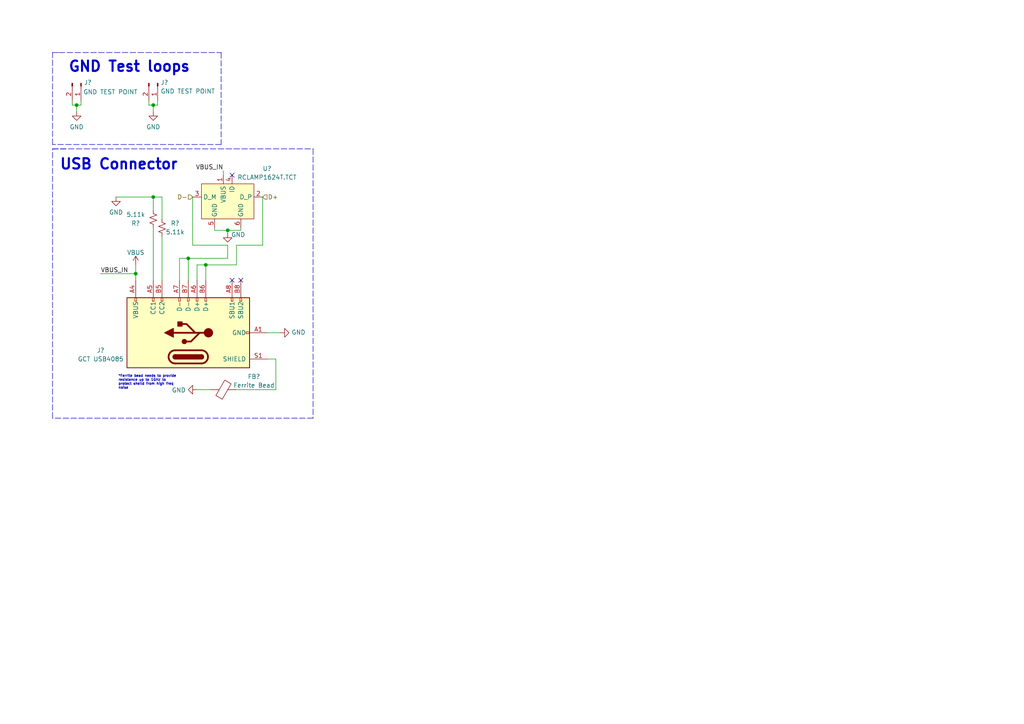
<source format=kicad_sch>
(kicad_sch (version 20211123) (generator eeschema)
  (paper "A4")
  (lib_symbols
    (symbol "Bluetooth-Pump-rescue:Ferrite_Bead-Device" (pin_numbers hide) (pin_names (offset 0))
      (property "Reference" "FB" (at -3.81 0.635 90))
      (property "Value" "Ferrite_Bead-Device" (at 3.81 0 90))
      (symbol "Ferrite_Bead-Device_0_1"
        (polyline (pts (xy 0 -1.27) (xy 0 -1.2192)))
        (polyline (pts (xy 0 1.27) (xy 0 1.2954)))
        (polyline (pts (xy -2.7686 0.4064) (xy -1.7018 2.2606) (xy 2.7686 -0.3048) (xy 1.6764 -2.159) (xy -2.7686 0.4064)))
      )
      (symbol "Ferrite_Bead-Device_1_1"
        (pin passive line (at 0 3.81 270) (length 2.54) (name "~") (number "1"))
        (pin passive line (at 0 -3.81 90) (length 2.54) (name "~") (number "2"))
      )
    )
    (symbol "Connector:Conn_01x02_Male" (pin_names (offset 1.016) hide)
      (property "Reference" "J" (at 0 2.54 0))
      (property "Value" "Conn_01x02_Male" (at 0 -5.08 0))
      (symbol "Conn_01x02_Male_1_1"
        (polyline (pts (xy 1.27 -2.54) (xy 0.8636 -2.54)) (stroke (width 0.1524)))
        (polyline (pts (xy 1.27 0) (xy 0.8636 0)) (stroke (width 0.1524)))
        (rectangle (start 0.8636 -2.413) (end 0 -2.667) (stroke (width 0.1524)) (fill (type outline)))
        (rectangle (start 0.8636 0.127) (end 0 -0.127) (stroke (width 0.1524)) (fill (type outline)))
        (pin passive line (at 5.08 0 180) (length 3.81) (name "Pin_1") (number "1"))
        (pin passive line (at 5.08 -2.54 180) (length 3.81) (name "Pin_2") (number "2"))
      )
    )
    (symbol "Connector:USB_C_Receptacle_USB2.0" (pin_names (offset 1.016))
      (property "Reference" "J" (at -10.16 19.05 0))
      (property "Value" "USB_C_Receptacle_USB2.0" (at 19.05 19.05 0))
      (symbol "USB_C_Receptacle_USB2.0_0_0"
        (rectangle (start -0.254 -17.78) (end 0.254 -16.764))
        (rectangle (start 10.16 -14.986) (end 9.144 -15.494))
        (rectangle (start 10.16 -12.446) (end 9.144 -12.954))
        (rectangle (start 10.16 -4.826) (end 9.144 -5.334))
        (rectangle (start 10.16 -2.286) (end 9.144 -2.794))
        (rectangle (start 10.16 0.254) (end 9.144 -0.254))
        (rectangle (start 10.16 2.794) (end 9.144 2.286))
        (rectangle (start 10.16 7.874) (end 9.144 7.366))
        (rectangle (start 10.16 10.414) (end 9.144 9.906))
        (rectangle (start 10.16 15.494) (end 9.144 14.986))
      )
      (symbol "USB_C_Receptacle_USB2.0_0_1"
        (rectangle (start -10.16 17.78) (end 10.16 -17.78) (stroke (width 0.254)) (fill (type background)))
        (arc (start -8.89 -3.81) (mid -6.985 -5.715) (end -5.08 -3.81) (stroke (width 0.508)))
        (arc (start -7.62 -3.81) (mid -6.985 -4.445) (end -6.35 -3.81) (stroke (width 0.254)))
        (arc (start -7.62 -3.81) (mid -6.985 -4.445) (end -6.35 -3.81) (stroke (width 0.254)) (fill (type outline)))
        (rectangle (start -7.62 -3.81) (end -6.35 3.81) (stroke (width 0.254)) (fill (type outline)))
        (arc (start -6.35 3.81) (mid -6.985 4.445) (end -7.62 3.81) (stroke (width 0.254)))
        (arc (start -6.35 3.81) (mid -6.985 4.445) (end -7.62 3.81) (stroke (width 0.254)) (fill (type outline)))
        (arc (start -5.08 3.81) (mid -6.985 5.715) (end -8.89 3.81) (stroke (width 0.508)))
        (circle (center -2.54 1.143) (radius 0.635) (stroke (width 0.254)) (fill (type outline)))
        (circle (center 0 -5.842) (radius 1.27) (fill (type outline)))
        (polyline (pts (xy -8.89 -3.81) (xy -8.89 3.81)) (stroke (width 0.508)))
        (polyline (pts (xy -5.08 3.81) (xy -5.08 -3.81)) (stroke (width 0.508)))
        (polyline (pts (xy 0 -5.842) (xy 0 4.318)) (stroke (width 0.508)))
        (polyline (pts (xy 0 -3.302) (xy -2.54 -0.762) (xy -2.54 0.508)) (stroke (width 0.508)))
        (polyline (pts (xy 0 -2.032) (xy 2.54 0.508) (xy 2.54 1.778)) (stroke (width 0.508)))
        (polyline (pts (xy -1.27 4.318) (xy 0 6.858) (xy 1.27 4.318) (xy -1.27 4.318)) (stroke (width 0.254)) (fill (type outline)))
        (rectangle (start 1.905 1.778) (end 3.175 3.048) (stroke (width 0.254)) (fill (type outline)))
      )
      (symbol "USB_C_Receptacle_USB2.0_1_1"
        (pin passive line (at 0 -22.86 90) (length 5.08) (name "GND") (number "A1"))
        (pin passive line (at 0 -22.86 90) (length 5.08) hide (name "GND") (number "A12"))
        (pin passive line (at 15.24 15.24 180) (length 5.08) (name "VBUS") (number "A4"))
        (pin bidirectional line (at 15.24 10.16 180) (length 5.08) (name "CC1") (number "A5"))
        (pin bidirectional line (at 15.24 -2.54 180) (length 5.08) (name "D+") (number "A6"))
        (pin bidirectional line (at 15.24 2.54 180) (length 5.08) (name "D-") (number "A7"))
        (pin bidirectional line (at 15.24 -12.7 180) (length 5.08) (name "SBU1") (number "A8"))
        (pin passive line (at 15.24 15.24 180) (length 5.08) hide (name "VBUS") (number "A9"))
        (pin passive line (at 0 -22.86 90) (length 5.08) hide (name "GND") (number "B1"))
        (pin passive line (at 0 -22.86 90) (length 5.08) hide (name "GND") (number "B12"))
        (pin passive line (at 15.24 15.24 180) (length 5.08) hide (name "VBUS") (number "B4"))
        (pin bidirectional line (at 15.24 7.62 180) (length 5.08) (name "CC2") (number "B5"))
        (pin bidirectional line (at 15.24 -5.08 180) (length 5.08) (name "D+") (number "B6"))
        (pin bidirectional line (at 15.24 0 180) (length 5.08) (name "D-") (number "B7"))
        (pin bidirectional line (at 15.24 -15.24 180) (length 5.08) (name "SBU2") (number "B8"))
        (pin passive line (at 15.24 15.24 180) (length 5.08) hide (name "VBUS") (number "B9"))
        (pin passive line (at -7.62 -22.86 90) (length 5.08) (name "SHIELD") (number "S1"))
      )
    )
    (symbol "Device:R_Small_US" (pin_numbers hide) (pin_names (offset 0.254) hide)
      (property "Reference" "R" (at 0.762 0.508 0))
      (property "Value" "R_Small_US" (at 0.762 -1.016 0))
      (symbol "R_Small_US_1_1"
        (polyline (pts (xy 0 0) (xy 1.016 -0.381) (xy 0 -0.762) (xy -1.016 -1.143) (xy 0 -1.524)))
        (polyline (pts (xy 0 1.524) (xy 1.016 1.143) (xy 0 0.762) (xy -1.016 0.381) (xy 0 0)))
        (pin passive line (at 0 2.54 270) (length 1.016) (name "~") (number "1"))
        (pin passive line (at 0 -2.54 90) (length 1.016) (name "~") (number "2"))
      )
    )
    (symbol "GlucoseWatchschematics:RCLAMP1624T.TCT"
      (property "Reference" "U" (at 11.43 10.16 0))
      (property "Value" "RCLAMP1624T.TCT" (at 11.43 7.62 0))
      (symbol "RCLAMP1624T.TCT_0_1"
        (rectangle (start -7.62 5.08) (end 7.62 -5.08) (fill (type background)))
      )
      (symbol "RCLAMP1624T.TCT_1_1"
        (pin power_in line (at -1.27 7.62 270) (length 2.54) (name "VBUS") (number "1"))
        (pin input line (at 10.16 1.27 180) (length 2.54) (name "D_P") (number "2"))
        (pin input line (at -10.16 1.27 0) (length 2.54) (name "D_M") (number "3"))
        (pin input line (at 1.27 7.62 270) (length 2.54) (name "ID") (number "4"))
        (pin power_in line (at -3.81 -7.62 90) (length 2.54) (name "GND") (number "5"))
        (pin power_in line (at 3.81 -7.62 90) (length 2.54) (name "GND") (number "6"))
      )
    )
    (symbol "power:GND" (power) (pin_names (offset 0))
      (property "Value" "GND" (at 0 -3.81 0))
      (symbol "GND_0_1"
        (polyline (pts (xy 0 0) (xy 0 -1.27) (xy 1.27 -1.27) (xy 0 -2.54) (xy -1.27 -1.27) (xy 0 -1.27)))
      )
      (symbol "GND_1_1"
        (pin power_in line (at 0 0 270) (length 0) hide (name "GND") (number "1"))
      )
    )
    (symbol "power:VBUS" (power) (pin_names (offset 0))
      (property "Value" "VBUS" (at 0 3.81 0))
      (symbol "VBUS_0_1"
        (polyline (pts (xy -0.762 1.27) (xy 0 2.54)))
        (polyline (pts (xy 0 0) (xy 0 2.54)))
        (polyline (pts (xy 0 2.54) (xy 0.762 1.27)))
      )
      (symbol "VBUS_1_1"
        (pin power_in line (at 0 0 90) (length 0) hide (name "VBUS") (number "1"))
      )
    )
  )
  (junction (at 59.69 76.835))
  (junction (at 22.225 30.48))
  (junction (at 54.61 74.93))
  (junction (at 39.37 79.375))
  (junction (at 44.45 57.15))
  (junction (at 44.45 30.48))
  (junction (at 66.04 66.802))
  (no_connect (at 69.85 81.28))
  (no_connect (at 67.31 81.28))
  (no_connect (at 67.31 50.8))
  (wire (pts (xy 57.15 76.835) (xy 59.69 76.835)))
  (wire (pts (xy 80.01 113.03) (xy 68.58 113.03)))
  (polyline (pts (xy 90.805 121.285) (xy 15.24 121.285)))
  (polyline (pts (xy 15.24 43.18) (xy 90.805 43.18)))
  (wire (pts (xy 45.72 30.48) (xy 45.72 29.21)))
  (wire (pts (xy 44.45 30.48) (xy 44.45 32.385)))
  (polyline (pts (xy 64.135 41.91) (xy 15.24 41.91)))
  (wire (pts (xy 46.99 57.15) (xy 46.99 63.5)))
  (wire (pts (xy 23.495 30.48) (xy 22.225 30.48)))
  (wire (pts (xy 66.04 66.802) (xy 66.04 67.691)))
  (wire (pts (xy 66.04 66.802) (xy 69.85 66.802)))
  (wire (pts (xy 77.47 96.52) (xy 81.28 96.52)))
  (wire (pts (xy 52.07 74.93) (xy 54.61 74.93)))
  (wire (pts (xy 54.61 74.93) (xy 54.61 81.28)))
  (wire (pts (xy 69.85 66.802) (xy 69.85 66.04)))
  (wire (pts (xy 43.18 29.21) (xy 43.18 30.48)))
  (polyline (pts (xy 17.145 15.24) (xy 64.135 15.24)))
  (wire (pts (xy 22.225 30.48) (xy 22.225 32.385)))
  (wire (pts (xy 20.955 29.21) (xy 20.955 30.48)))
  (wire (pts (xy 80.01 104.14) (xy 80.01 113.03)))
  (wire (pts (xy 44.45 66.04) (xy 44.45 81.28)))
  (wire (pts (xy 62.23 66.04) (xy 62.23 66.802)))
  (wire (pts (xy 64.77 49.53) (xy 64.77 50.8)))
  (polyline (pts (xy 15.24 121.285) (xy 15.24 43.18)))
  (wire (pts (xy 59.69 76.835) (xy 68.58 76.835)))
  (wire (pts (xy 39.37 79.375) (xy 39.37 81.28)))
  (wire (pts (xy 68.58 71.12) (xy 76.2 71.12)))
  (wire (pts (xy 57.15 81.28) (xy 57.15 76.835)))
  (wire (pts (xy 44.45 57.15) (xy 44.45 60.96)))
  (wire (pts (xy 39.37 76.835) (xy 39.37 79.375)))
  (wire (pts (xy 46.99 57.15) (xy 44.45 57.15)))
  (wire (pts (xy 23.495 29.21) (xy 23.495 30.48)))
  (polyline (pts (xy 90.805 43.18) (xy 90.805 121.285)))
  (wire (pts (xy 59.69 76.835) (xy 59.69 81.28)))
  (wire (pts (xy 20.955 30.48) (xy 22.225 30.48)))
  (wire (pts (xy 76.2 71.12) (xy 76.2 57.15)))
  (wire (pts (xy 43.18 30.48) (xy 44.45 30.48)))
  (wire (pts (xy 29.21 79.375) (xy 39.37 79.375)))
  (wire (pts (xy 54.61 74.93) (xy 66.04 74.93)))
  (wire (pts (xy 77.47 104.14) (xy 80.01 104.14)))
  (wire (pts (xy 44.45 30.48) (xy 45.72 30.48)))
  (wire (pts (xy 33.655 57.15) (xy 44.45 57.15)))
  (wire (pts (xy 66.04 74.93) (xy 66.04 71.12)))
  (polyline (pts (xy 15.24 15.24) (xy 17.145 15.24)))
  (wire (pts (xy 46.99 68.58) (xy 46.99 81.28)))
  (polyline (pts (xy 15.24 43.18) (xy 19.05 43.18)))
  (wire (pts (xy 62.23 66.802) (xy 66.04 66.802)))
  (polyline (pts (xy 15.24 41.91) (xy 15.24 15.24)))
  (wire (pts (xy 68.58 76.835) (xy 68.58 71.12)))
  (wire (pts (xy 52.07 81.28) (xy 52.07 74.93)))
  (wire (pts (xy 57.15 113.03) (xy 60.96 113.03)))
  (wire (pts (xy 55.88 71.12) (xy 55.88 57.15)))
  (wire (pts (xy 55.88 71.12) (xy 66.04 71.12)))
  (polyline (pts (xy 64.135 15.24) (xy 64.135 41.91)))
  (text "*Ferrite bead needs to provide \nresistance up to 1GHz to \nprotect sheild from high freq\nnoise" (at 34.29 113.03 0) (effects (font (size 0.7112 0.7112)) (justify left bottom)))
  (text "USB Connector\n" (at 17.145 49.53 0) (effects (font (size 3 3) (thickness 0.6) bold) (justify left bottom)))
  (text "GND Test loops\n\n" (at 19.685 26.035 0) (effects (font (size 3 3) (thickness 0.6) bold) (justify left bottom)))
  (label "VBUS_IN" (at 64.77 49.53 180))
  (label "VBUS_IN" (at 29.21 79.375 0))
  (hierarchical_label "D+" (shape input) (at 76.2 57.15 0))
  (hierarchical_label "D-" (shape input) (at 55.88 57.15 180))
  (symbol (lib_id "Device:R_Small_US") (at 46.99 66.04 180) (unit 1)
    (property "Reference" "R?" (at 50.8 64.77 0))
    (property "Value" "5.11k" (at 50.8 67.31 0))
    (property "Footprint" "Resistor_SMD:R_0402_1005Metric" (effects hide))
  )
  (symbol (lib_id "power:GND") (at 57.15 113.03 270) (unit 1)
    (property "Reference" "#PWR?" (effects hide))
    (property "Value" "GND" (at 53.8988 113.157 90) (effects (justify right)))
  )
  (symbol (lib_id "Device:R_Small_US") (at 44.45 63.5 180) (unit 1)
    (property "Reference" "R?" (at 39.37 64.77 0))
    (property "Value" "5.11k" (at 39.37 62.23 0))
    (property "Footprint" "Resistor_SMD:R_0402_1005Metric" (effects hide))
  )
  (symbol (lib_id "Bluetooth-Pump-rescue:Ferrite_Bead-Device") (at 64.77 113.03 270) (unit 1)
    (property "Reference" "FB?" (at 73.66 109.22 90))
    (property "Value" "Ferrite Bead" (at 73.66 111.76 90))
    (property "Footprint" "Inductor_SMD:L_0402_1005Metric" (effects hide))
  )
  (symbol (lib_id "Connector:USB_C_Receptacle_USB2.0") (at 54.61 96.52 90) (unit 1)
    (property "Reference" "J?" (at 29.21 101.6 90))
    (property "Value" "GCT USB4085" (at 29.21 104.14 90))
    (property "Footprint" "Connector_USB:USB_C_Receptacle_JAE_DX07S016JA1R1500" (effects hide))
    (property "Datasheet" "https://www.usb.org/sites/default/files/documents/usb_type-c.zip" (effects hide))
  )
  (symbol (lib_id "power:GND") (at 22.225 32.385 0) (unit 1)
    (property "Reference" "#PWR?" (effects hide))
    (property "Value" "GND" (at 22.225 36.8284 0))
  )
  (symbol (lib_id "power:GND") (at 66.04 67.691 0) (unit 1)
    (property "Reference" "#PWR?" (effects hide))
    (property "Value" "GND" (at 69.088 68.072 0))
  )
  (symbol (lib_id "power:GND") (at 33.655 57.15 0) (unit 1)
    (property "Reference" "#PWR?" (effects hide))
    (property "Value" "GND" (at 33.655 61.5934 0))
  )
  (symbol (lib_id "power:VBUS") (at 39.37 76.835 0) (unit 1)
    (property "Reference" "#PWR?" (effects hide))
    (property "Value" "VBUS" (at 39.37 73.2592 0))
  )
  (symbol (lib_id "GlucoseWatchschematics:RCLAMP1624T.TCT") (at 66.04 58.42 0) (unit 1)
    (property "Reference" "U?" (at 77.47 48.895 0))
    (property "Value" "RCLAMP1624T.TCT" (at 77.47 51.435 0))
    (property "Footprint" "GlucoseWatchFootprints:SLP1710P4T" (effects hide))
    (property "Datasheet" "https://semtech.my.salesforce.com/sfc/p/#E0000000JelG/a/44000000MChh/8MoVECasdJU0K6K58HLazk2xPXNl.hax96nsZKmG2bM" (effects hide))
    (property "Digikey" "https://www.digikey.co.nz/en/products/detail/semtech-corporation/RCLAMP1624T-TCT/4626649" (effects hide))
  )
  (symbol (lib_id "Connector:Conn_01x02_Male") (at 45.72 24.13 270) (unit 1)
    (property "Reference" "J?" (at 46.5582 23.9303 90) (effects (justify left)))
    (property "Value" "GND TEST POINT" (at 46.5582 26.4672 90) (effects (justify left)))
    (property "Footprint" "Connector_PinHeader_1.27mm:PinHeader_1x02_P1.27mm_Vertical" (effects hide))
  )
  (symbol (lib_id "Connector:Conn_01x02_Male") (at 23.495 24.13 270) (unit 1)
    (property "Reference" "J?" (at 24.3332 23.9303 90) (effects (justify left)))
    (property "Value" "GND TEST POINT" (at 24.13 26.67 90) (effects (justify left)))
    (property "Footprint" "Connector_PinHeader_1.27mm:PinHeader_1x02_P1.27mm_Vertical" (effects hide))
  )
  (symbol (lib_id "power:GND") (at 81.28 96.52 90) (unit 1)
    (property "Reference" "#PWR?" (effects hide))
    (property "Value" "GND" (at 84.5312 96.393 90) (effects (justify right)))
  )
  (symbol (lib_id "power:GND") (at 44.45 32.385 0) (unit 1)
    (property "Reference" "#PWR?" (effects hide))
    (property "Value" "GND" (at 44.45 36.8284 0))
  )
)
</source>
